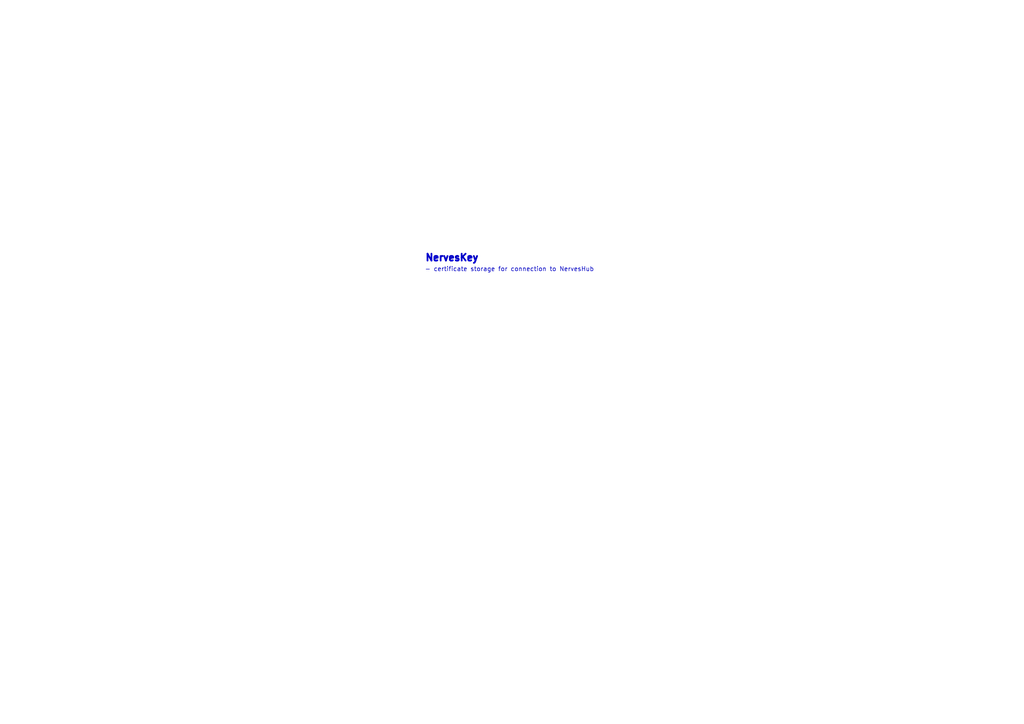
<source format=kicad_sch>
(kicad_sch
	(version 20231120)
	(generator "eeschema")
	(generator_version "8.0")
	(uuid "0f05a7be-74f6-48f7-b77e-65bf2247f6da")
	(paper "A4")
	(lib_symbols)
	(text "NervesKey"
		(exclude_from_sim no)
		(at 123.19 74.93 0)
		(effects
			(font
				(size 2 2)
				(thickness 0.508)
				(bold yes)
			)
			(justify left)
		)
		(uuid "099e4eb6-8c35-430c-bda9-c36d674eecc0")
	)
	(text "- certificate storage for connection to NervesHub"
		(exclude_from_sim no)
		(at 123.19 77.47 0)
		(effects
			(font
				(size 1.27 1.27)
			)
			(justify left top)
		)
		(uuid "8f3ffd86-6de1-44ba-a894-5116ec5c7d1e")
	)
)

</source>
